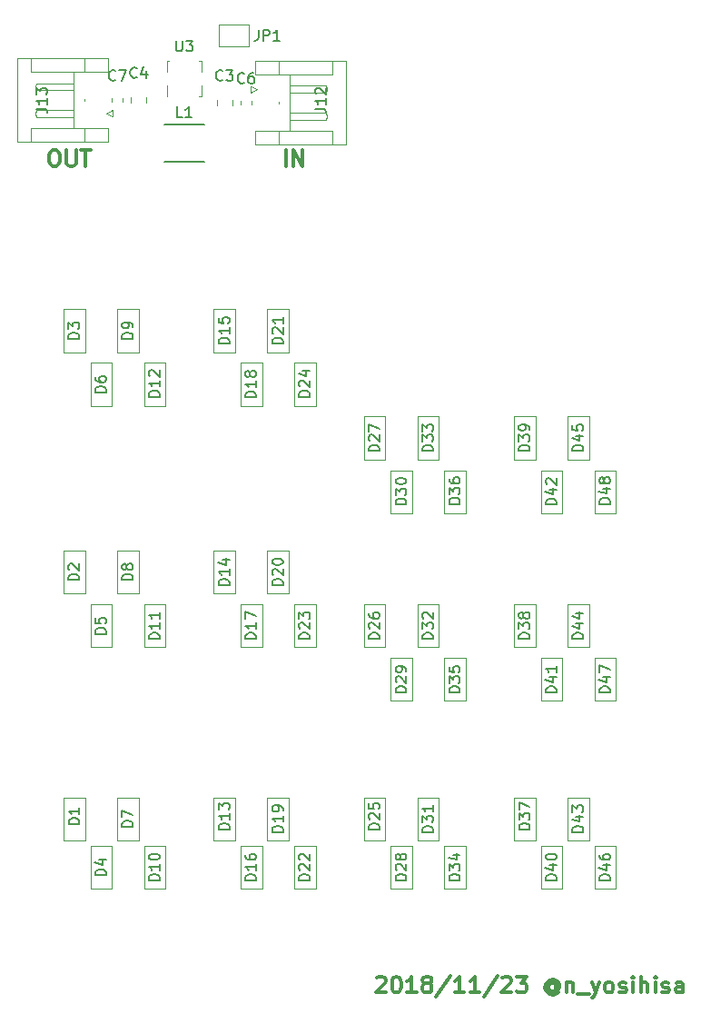
<source format=gto>
G04 #@! TF.GenerationSoftware,KiCad,Pcbnew,(5.0.0)*
G04 #@! TF.CreationDate,2018-11-23T13:39:21+09:00*
G04 #@! TF.ProjectId,LED_hachune_2,4C45445F68616368756E655F322E6B69,rev?*
G04 #@! TF.SameCoordinates,Original*
G04 #@! TF.FileFunction,Legend,Top*
G04 #@! TF.FilePolarity,Positive*
%FSLAX46Y46*%
G04 Gerber Fmt 4.6, Leading zero omitted, Abs format (unit mm)*
G04 Created by KiCad (PCBNEW (5.0.0)) date 11/23/18 13:39:21*
%MOMM*%
%LPD*%
G01*
G04 APERTURE LIST*
%ADD10C,0.300000*%
%ADD11C,0.100000*%
%ADD12C,0.120000*%
%ADD13C,0.150000*%
G04 APERTURE END LIST*
D10*
X87678571Y-140321428D02*
X87750000Y-140250000D01*
X87892857Y-140178571D01*
X88250000Y-140178571D01*
X88392857Y-140250000D01*
X88464285Y-140321428D01*
X88535714Y-140464285D01*
X88535714Y-140607142D01*
X88464285Y-140821428D01*
X87607142Y-141678571D01*
X88535714Y-141678571D01*
X89464285Y-140178571D02*
X89607142Y-140178571D01*
X89750000Y-140250000D01*
X89821428Y-140321428D01*
X89892857Y-140464285D01*
X89964285Y-140750000D01*
X89964285Y-141107142D01*
X89892857Y-141392857D01*
X89821428Y-141535714D01*
X89750000Y-141607142D01*
X89607142Y-141678571D01*
X89464285Y-141678571D01*
X89321428Y-141607142D01*
X89250000Y-141535714D01*
X89178571Y-141392857D01*
X89107142Y-141107142D01*
X89107142Y-140750000D01*
X89178571Y-140464285D01*
X89250000Y-140321428D01*
X89321428Y-140250000D01*
X89464285Y-140178571D01*
X91392857Y-141678571D02*
X90535714Y-141678571D01*
X90964285Y-141678571D02*
X90964285Y-140178571D01*
X90821428Y-140392857D01*
X90678571Y-140535714D01*
X90535714Y-140607142D01*
X92250000Y-140821428D02*
X92107142Y-140750000D01*
X92035714Y-140678571D01*
X91964285Y-140535714D01*
X91964285Y-140464285D01*
X92035714Y-140321428D01*
X92107142Y-140250000D01*
X92250000Y-140178571D01*
X92535714Y-140178571D01*
X92678571Y-140250000D01*
X92750000Y-140321428D01*
X92821428Y-140464285D01*
X92821428Y-140535714D01*
X92750000Y-140678571D01*
X92678571Y-140750000D01*
X92535714Y-140821428D01*
X92250000Y-140821428D01*
X92107142Y-140892857D01*
X92035714Y-140964285D01*
X91964285Y-141107142D01*
X91964285Y-141392857D01*
X92035714Y-141535714D01*
X92107142Y-141607142D01*
X92250000Y-141678571D01*
X92535714Y-141678571D01*
X92678571Y-141607142D01*
X92750000Y-141535714D01*
X92821428Y-141392857D01*
X92821428Y-141107142D01*
X92750000Y-140964285D01*
X92678571Y-140892857D01*
X92535714Y-140821428D01*
X94535714Y-140107142D02*
X93250000Y-142035714D01*
X95821428Y-141678571D02*
X94964285Y-141678571D01*
X95392857Y-141678571D02*
X95392857Y-140178571D01*
X95250000Y-140392857D01*
X95107142Y-140535714D01*
X94964285Y-140607142D01*
X97250000Y-141678571D02*
X96392857Y-141678571D01*
X96821428Y-141678571D02*
X96821428Y-140178571D01*
X96678571Y-140392857D01*
X96535714Y-140535714D01*
X96392857Y-140607142D01*
X98964285Y-140107142D02*
X97678571Y-142035714D01*
X99392857Y-140321428D02*
X99464285Y-140250000D01*
X99607142Y-140178571D01*
X99964285Y-140178571D01*
X100107142Y-140250000D01*
X100178571Y-140321428D01*
X100250000Y-140464285D01*
X100250000Y-140607142D01*
X100178571Y-140821428D01*
X99321428Y-141678571D01*
X100250000Y-141678571D01*
X100750000Y-140178571D02*
X101678571Y-140178571D01*
X101178571Y-140750000D01*
X101392857Y-140750000D01*
X101535714Y-140821428D01*
X101607142Y-140892857D01*
X101678571Y-141035714D01*
X101678571Y-141392857D01*
X101607142Y-141535714D01*
X101535714Y-141607142D01*
X101392857Y-141678571D01*
X100964285Y-141678571D01*
X100821428Y-141607142D01*
X100750000Y-141535714D01*
X104392857Y-140964285D02*
X104321428Y-140892857D01*
X104178571Y-140821428D01*
X104035714Y-140821428D01*
X103892857Y-140892857D01*
X103821428Y-140964285D01*
X103750000Y-141107142D01*
X103750000Y-141250000D01*
X103821428Y-141392857D01*
X103892857Y-141464285D01*
X104035714Y-141535714D01*
X104178571Y-141535714D01*
X104321428Y-141464285D01*
X104392857Y-141392857D01*
X104392857Y-140821428D02*
X104392857Y-141392857D01*
X104464285Y-141464285D01*
X104535714Y-141464285D01*
X104678571Y-141392857D01*
X104750000Y-141250000D01*
X104750000Y-140892857D01*
X104607142Y-140678571D01*
X104392857Y-140535714D01*
X104107142Y-140464285D01*
X103821428Y-140535714D01*
X103607142Y-140678571D01*
X103464285Y-140892857D01*
X103392857Y-141178571D01*
X103464285Y-141464285D01*
X103607142Y-141678571D01*
X103821428Y-141821428D01*
X104107142Y-141892857D01*
X104392857Y-141821428D01*
X104607142Y-141678571D01*
X105392857Y-140678571D02*
X105392857Y-141678571D01*
X105392857Y-140821428D02*
X105464285Y-140750000D01*
X105607142Y-140678571D01*
X105821428Y-140678571D01*
X105964285Y-140750000D01*
X106035714Y-140892857D01*
X106035714Y-141678571D01*
X106392857Y-141821428D02*
X107535714Y-141821428D01*
X107750000Y-140678571D02*
X108107142Y-141678571D01*
X108464285Y-140678571D02*
X108107142Y-141678571D01*
X107964285Y-142035714D01*
X107892857Y-142107142D01*
X107750000Y-142178571D01*
X109250000Y-141678571D02*
X109107142Y-141607142D01*
X109035714Y-141535714D01*
X108964285Y-141392857D01*
X108964285Y-140964285D01*
X109035714Y-140821428D01*
X109107142Y-140750000D01*
X109250000Y-140678571D01*
X109464285Y-140678571D01*
X109607142Y-140750000D01*
X109678571Y-140821428D01*
X109750000Y-140964285D01*
X109750000Y-141392857D01*
X109678571Y-141535714D01*
X109607142Y-141607142D01*
X109464285Y-141678571D01*
X109250000Y-141678571D01*
X110321428Y-141607142D02*
X110464285Y-141678571D01*
X110750000Y-141678571D01*
X110892857Y-141607142D01*
X110964285Y-141464285D01*
X110964285Y-141392857D01*
X110892857Y-141250000D01*
X110750000Y-141178571D01*
X110535714Y-141178571D01*
X110392857Y-141107142D01*
X110321428Y-140964285D01*
X110321428Y-140892857D01*
X110392857Y-140750000D01*
X110535714Y-140678571D01*
X110750000Y-140678571D01*
X110892857Y-140750000D01*
X111607142Y-141678571D02*
X111607142Y-140678571D01*
X111607142Y-140178571D02*
X111535714Y-140250000D01*
X111607142Y-140321428D01*
X111678571Y-140250000D01*
X111607142Y-140178571D01*
X111607142Y-140321428D01*
X112321428Y-141678571D02*
X112321428Y-140178571D01*
X112964285Y-141678571D02*
X112964285Y-140892857D01*
X112892857Y-140750000D01*
X112750000Y-140678571D01*
X112535714Y-140678571D01*
X112392857Y-140750000D01*
X112321428Y-140821428D01*
X113678571Y-141678571D02*
X113678571Y-140678571D01*
X113678571Y-140178571D02*
X113607142Y-140250000D01*
X113678571Y-140321428D01*
X113750000Y-140250000D01*
X113678571Y-140178571D01*
X113678571Y-140321428D01*
X114321428Y-141607142D02*
X114464285Y-141678571D01*
X114750000Y-141678571D01*
X114892857Y-141607142D01*
X114964285Y-141464285D01*
X114964285Y-141392857D01*
X114892857Y-141250000D01*
X114750000Y-141178571D01*
X114535714Y-141178571D01*
X114392857Y-141107142D01*
X114321428Y-140964285D01*
X114321428Y-140892857D01*
X114392857Y-140750000D01*
X114535714Y-140678571D01*
X114750000Y-140678571D01*
X114892857Y-140750000D01*
X116250000Y-141678571D02*
X116250000Y-140892857D01*
X116178571Y-140750000D01*
X116035714Y-140678571D01*
X115750000Y-140678571D01*
X115607142Y-140750000D01*
X116250000Y-141607142D02*
X116107142Y-141678571D01*
X115750000Y-141678571D01*
X115607142Y-141607142D01*
X115535714Y-141464285D01*
X115535714Y-141321428D01*
X115607142Y-141178571D01*
X115750000Y-141107142D01*
X116107142Y-141107142D01*
X116250000Y-141035714D01*
X57500000Y-63178571D02*
X57785714Y-63178571D01*
X57928571Y-63250000D01*
X58071428Y-63392857D01*
X58142857Y-63678571D01*
X58142857Y-64178571D01*
X58071428Y-64464285D01*
X57928571Y-64607142D01*
X57785714Y-64678571D01*
X57500000Y-64678571D01*
X57357142Y-64607142D01*
X57214285Y-64464285D01*
X57142857Y-64178571D01*
X57142857Y-63678571D01*
X57214285Y-63392857D01*
X57357142Y-63250000D01*
X57500000Y-63178571D01*
X58785714Y-63178571D02*
X58785714Y-64392857D01*
X58857142Y-64535714D01*
X58928571Y-64607142D01*
X59071428Y-64678571D01*
X59357142Y-64678571D01*
X59500000Y-64607142D01*
X59571428Y-64535714D01*
X59642857Y-64392857D01*
X59642857Y-63178571D01*
X60142857Y-63178571D02*
X61000000Y-63178571D01*
X60571428Y-64678571D02*
X60571428Y-63178571D01*
X79214285Y-64678571D02*
X79214285Y-63178571D01*
X79928571Y-64678571D02*
X79928571Y-63178571D01*
X80785714Y-64678571D01*
X80785714Y-63178571D01*
D11*
G04 #@! TO.C,D37*
X102500000Y-123500000D02*
X102500000Y-127500000D01*
X100500000Y-123500000D02*
X102500000Y-123500000D01*
X100500000Y-127500000D02*
X100500000Y-123500000D01*
X102500000Y-127500000D02*
X100500000Y-127500000D01*
G04 #@! TO.C,D38*
X102500000Y-109500000D02*
X100500000Y-109500000D01*
X100500000Y-109500000D02*
X100500000Y-105500000D01*
X100500000Y-105500000D02*
X102500000Y-105500000D01*
X102500000Y-105500000D02*
X102500000Y-109500000D01*
G04 #@! TO.C,D39*
X102500000Y-88000000D02*
X102500000Y-92000000D01*
X100500000Y-88000000D02*
X102500000Y-88000000D01*
X100500000Y-92000000D02*
X100500000Y-88000000D01*
X102500000Y-92000000D02*
X100500000Y-92000000D01*
G04 #@! TO.C,D40*
X105000000Y-132000000D02*
X103000000Y-132000000D01*
X103000000Y-132000000D02*
X103000000Y-128000000D01*
X103000000Y-128000000D02*
X105000000Y-128000000D01*
X105000000Y-128000000D02*
X105000000Y-132000000D01*
G04 #@! TO.C,D41*
X105000000Y-110500000D02*
X105000000Y-114500000D01*
X103000000Y-110500000D02*
X105000000Y-110500000D01*
X103000000Y-114500000D02*
X103000000Y-110500000D01*
X105000000Y-114500000D02*
X103000000Y-114500000D01*
G04 #@! TO.C,D42*
X105000000Y-97000000D02*
X103000000Y-97000000D01*
X103000000Y-97000000D02*
X103000000Y-93000000D01*
X103000000Y-93000000D02*
X105000000Y-93000000D01*
X105000000Y-93000000D02*
X105000000Y-97000000D01*
G04 #@! TO.C,D43*
X107500000Y-127500000D02*
X105500000Y-127500000D01*
X105500000Y-127500000D02*
X105500000Y-123500000D01*
X105500000Y-123500000D02*
X107500000Y-123500000D01*
X107500000Y-123500000D02*
X107500000Y-127500000D01*
G04 #@! TO.C,D44*
X107500000Y-105500000D02*
X107500000Y-109500000D01*
X105500000Y-105500000D02*
X107500000Y-105500000D01*
X105500000Y-109500000D02*
X105500000Y-105500000D01*
X107500000Y-109500000D02*
X105500000Y-109500000D01*
G04 #@! TO.C,D45*
X107500000Y-92000000D02*
X105500000Y-92000000D01*
X105500000Y-92000000D02*
X105500000Y-88000000D01*
X105500000Y-88000000D02*
X107500000Y-88000000D01*
X107500000Y-88000000D02*
X107500000Y-92000000D01*
G04 #@! TO.C,D46*
X110000000Y-128000000D02*
X110000000Y-132000000D01*
X108000000Y-128000000D02*
X110000000Y-128000000D01*
X108000000Y-132000000D02*
X108000000Y-128000000D01*
X110000000Y-132000000D02*
X108000000Y-132000000D01*
G04 #@! TO.C,D47*
X110000000Y-114500000D02*
X108000000Y-114500000D01*
X108000000Y-114500000D02*
X108000000Y-110500000D01*
X108000000Y-110500000D02*
X110000000Y-110500000D01*
X110000000Y-110500000D02*
X110000000Y-114500000D01*
G04 #@! TO.C,D48*
X110000000Y-93000000D02*
X110000000Y-97000000D01*
X108000000Y-93000000D02*
X110000000Y-93000000D01*
X108000000Y-97000000D02*
X108000000Y-93000000D01*
X110000000Y-97000000D02*
X108000000Y-97000000D01*
G04 #@! TO.C,D36*
X96000000Y-97000000D02*
X94000000Y-97000000D01*
X94000000Y-97000000D02*
X94000000Y-93000000D01*
X94000000Y-93000000D02*
X96000000Y-93000000D01*
X96000000Y-93000000D02*
X96000000Y-97000000D01*
G04 #@! TO.C,D35*
X96000000Y-110500000D02*
X96000000Y-114500000D01*
X94000000Y-110500000D02*
X96000000Y-110500000D01*
X94000000Y-114500000D02*
X94000000Y-110500000D01*
X96000000Y-114500000D02*
X94000000Y-114500000D01*
G04 #@! TO.C,D34*
X96000000Y-132000000D02*
X94000000Y-132000000D01*
X94000000Y-132000000D02*
X94000000Y-128000000D01*
X94000000Y-128000000D02*
X96000000Y-128000000D01*
X96000000Y-128000000D02*
X96000000Y-132000000D01*
G04 #@! TO.C,D33*
X93500000Y-88000000D02*
X93500000Y-92000000D01*
X91500000Y-88000000D02*
X93500000Y-88000000D01*
X91500000Y-92000000D02*
X91500000Y-88000000D01*
X93500000Y-92000000D02*
X91500000Y-92000000D01*
G04 #@! TO.C,D32*
X93500000Y-109500000D02*
X91500000Y-109500000D01*
X91500000Y-109500000D02*
X91500000Y-105500000D01*
X91500000Y-105500000D02*
X93500000Y-105500000D01*
X93500000Y-105500000D02*
X93500000Y-109500000D01*
G04 #@! TO.C,D31*
X93500000Y-123500000D02*
X93500000Y-127500000D01*
X91500000Y-123500000D02*
X93500000Y-123500000D01*
X91500000Y-127500000D02*
X91500000Y-123500000D01*
X93500000Y-127500000D02*
X91500000Y-127500000D01*
G04 #@! TO.C,D30*
X91000000Y-93000000D02*
X91000000Y-97000000D01*
X89000000Y-93000000D02*
X91000000Y-93000000D01*
X89000000Y-97000000D02*
X89000000Y-93000000D01*
X91000000Y-97000000D02*
X89000000Y-97000000D01*
G04 #@! TO.C,D29*
X91000000Y-114500000D02*
X89000000Y-114500000D01*
X89000000Y-114500000D02*
X89000000Y-110500000D01*
X89000000Y-110500000D02*
X91000000Y-110500000D01*
X91000000Y-110500000D02*
X91000000Y-114500000D01*
G04 #@! TO.C,D28*
X91000000Y-128000000D02*
X91000000Y-132000000D01*
X89000000Y-128000000D02*
X91000000Y-128000000D01*
X89000000Y-132000000D02*
X89000000Y-128000000D01*
X91000000Y-132000000D02*
X89000000Y-132000000D01*
G04 #@! TO.C,D27*
X88500000Y-92000000D02*
X86500000Y-92000000D01*
X86500000Y-92000000D02*
X86500000Y-88000000D01*
X86500000Y-88000000D02*
X88500000Y-88000000D01*
X88500000Y-88000000D02*
X88500000Y-92000000D01*
G04 #@! TO.C,D26*
X88500000Y-105500000D02*
X88500000Y-109500000D01*
X86500000Y-105500000D02*
X88500000Y-105500000D01*
X86500000Y-109500000D02*
X86500000Y-105500000D01*
X88500000Y-109500000D02*
X86500000Y-109500000D01*
G04 #@! TO.C,D25*
X88500000Y-127500000D02*
X86500000Y-127500000D01*
X86500000Y-127500000D02*
X86500000Y-123500000D01*
X86500000Y-123500000D02*
X88500000Y-123500000D01*
X88500000Y-123500000D02*
X88500000Y-127500000D01*
G04 #@! TO.C,D24*
X82000000Y-87000000D02*
X80000000Y-87000000D01*
X80000000Y-87000000D02*
X80000000Y-83000000D01*
X80000000Y-83000000D02*
X82000000Y-83000000D01*
X82000000Y-83000000D02*
X82000000Y-87000000D01*
G04 #@! TO.C,D23*
X82000000Y-105500000D02*
X82000000Y-109500000D01*
X80000000Y-105500000D02*
X82000000Y-105500000D01*
X80000000Y-109500000D02*
X80000000Y-105500000D01*
X82000000Y-109500000D02*
X80000000Y-109500000D01*
G04 #@! TO.C,D22*
X82000000Y-132000000D02*
X80000000Y-132000000D01*
X80000000Y-132000000D02*
X80000000Y-128000000D01*
X80000000Y-128000000D02*
X82000000Y-128000000D01*
X82000000Y-128000000D02*
X82000000Y-132000000D01*
G04 #@! TO.C,D21*
X79500000Y-78000000D02*
X79500000Y-82000000D01*
X77500000Y-78000000D02*
X79500000Y-78000000D01*
X77500000Y-82000000D02*
X77500000Y-78000000D01*
X79500000Y-82000000D02*
X77500000Y-82000000D01*
G04 #@! TO.C,D20*
X79500000Y-104500000D02*
X77500000Y-104500000D01*
X77500000Y-104500000D02*
X77500000Y-100500000D01*
X77500000Y-100500000D02*
X79500000Y-100500000D01*
X79500000Y-100500000D02*
X79500000Y-104500000D01*
G04 #@! TO.C,D19*
X79500000Y-123500000D02*
X79500000Y-127500000D01*
X77500000Y-123500000D02*
X79500000Y-123500000D01*
X77500000Y-127500000D02*
X77500000Y-123500000D01*
X79500000Y-127500000D02*
X77500000Y-127500000D01*
G04 #@! TO.C,D18*
X77000000Y-83000000D02*
X77000000Y-87000000D01*
X75000000Y-83000000D02*
X77000000Y-83000000D01*
X75000000Y-87000000D02*
X75000000Y-83000000D01*
X77000000Y-87000000D02*
X75000000Y-87000000D01*
G04 #@! TO.C,D17*
X77000000Y-109500000D02*
X75000000Y-109500000D01*
X75000000Y-109500000D02*
X75000000Y-105500000D01*
X75000000Y-105500000D02*
X77000000Y-105500000D01*
X77000000Y-105500000D02*
X77000000Y-109500000D01*
G04 #@! TO.C,D16*
X77000000Y-128000000D02*
X77000000Y-132000000D01*
X75000000Y-128000000D02*
X77000000Y-128000000D01*
X75000000Y-132000000D02*
X75000000Y-128000000D01*
X77000000Y-132000000D02*
X75000000Y-132000000D01*
G04 #@! TO.C,D15*
X74500000Y-82000000D02*
X72500000Y-82000000D01*
X72500000Y-82000000D02*
X72500000Y-78000000D01*
X72500000Y-78000000D02*
X74500000Y-78000000D01*
X74500000Y-78000000D02*
X74500000Y-82000000D01*
G04 #@! TO.C,D14*
X74500000Y-100500000D02*
X74500000Y-104500000D01*
X72500000Y-100500000D02*
X74500000Y-100500000D01*
X72500000Y-104500000D02*
X72500000Y-100500000D01*
X74500000Y-104500000D02*
X72500000Y-104500000D01*
G04 #@! TO.C,D13*
X74500000Y-127500000D02*
X72500000Y-127500000D01*
X72500000Y-127500000D02*
X72500000Y-123500000D01*
X72500000Y-123500000D02*
X74500000Y-123500000D01*
X74500000Y-123500000D02*
X74500000Y-127500000D01*
D12*
G04 #@! TO.C,C7*
X62990000Y-58671267D02*
X62990000Y-58328733D01*
X64010000Y-58671267D02*
X64010000Y-58328733D01*
G04 #@! TO.C,C6*
X74990000Y-58578733D02*
X74990000Y-58921267D01*
X76010000Y-58578733D02*
X76010000Y-58921267D01*
G04 #@! TO.C,J12*
X78590000Y-56110000D02*
X76390000Y-56110000D01*
X76390000Y-56110000D02*
X76390000Y-54890000D01*
X76390000Y-54890000D02*
X84810000Y-54890000D01*
X84810000Y-54890000D02*
X84810000Y-62610000D01*
X84810000Y-62610000D02*
X76390000Y-62610000D01*
X76390000Y-62610000D02*
X76390000Y-61390000D01*
X76390000Y-61390000D02*
X78590000Y-61390000D01*
X83590000Y-54890000D02*
X83590000Y-56110000D01*
X83590000Y-56110000D02*
X78590000Y-56110000D01*
X78590000Y-56110000D02*
X78590000Y-54890000D01*
X83590000Y-62610000D02*
X83590000Y-61390000D01*
X83590000Y-61390000D02*
X78590000Y-61390000D01*
X78590000Y-61390000D02*
X78590000Y-62610000D01*
X79590000Y-56110000D02*
X79590000Y-61390000D01*
X79590000Y-57500000D02*
X79590000Y-57180000D01*
X79590000Y-57180000D02*
X83010000Y-57180000D01*
X83010000Y-57180000D02*
X83090000Y-57500000D01*
X83090000Y-57500000D02*
X83010000Y-57820000D01*
X83010000Y-57820000D02*
X79590000Y-57820000D01*
X79590000Y-57820000D02*
X79590000Y-57500000D01*
X78590000Y-58670000D02*
X78590000Y-58830000D01*
X79590000Y-60000000D02*
X79590000Y-59680000D01*
X79590000Y-59680000D02*
X83010000Y-59680000D01*
X83010000Y-59680000D02*
X83090000Y-60000000D01*
X83090000Y-60000000D02*
X83010000Y-60320000D01*
X83010000Y-60320000D02*
X79590000Y-60320000D01*
X79590000Y-60320000D02*
X79590000Y-60000000D01*
X76500000Y-57500000D02*
X75900000Y-57200000D01*
X75900000Y-57200000D02*
X75900000Y-57800000D01*
X75900000Y-57800000D02*
X76500000Y-57500000D01*
G04 #@! TO.C,J13*
X63100000Y-59450000D02*
X62500000Y-59750000D01*
X63100000Y-60050000D02*
X63100000Y-59450000D01*
X62500000Y-59750000D02*
X63100000Y-60050000D01*
X59410000Y-56930000D02*
X59410000Y-57250000D01*
X55990000Y-56930000D02*
X59410000Y-56930000D01*
X55910000Y-57250000D02*
X55990000Y-56930000D01*
X55990000Y-57570000D02*
X55910000Y-57250000D01*
X59410000Y-57570000D02*
X55990000Y-57570000D01*
X59410000Y-57250000D02*
X59410000Y-57570000D01*
X60410000Y-58580000D02*
X60410000Y-58420000D01*
X59410000Y-59430000D02*
X59410000Y-59750000D01*
X55990000Y-59430000D02*
X59410000Y-59430000D01*
X55910000Y-59750000D02*
X55990000Y-59430000D01*
X55990000Y-60070000D02*
X55910000Y-59750000D01*
X59410000Y-60070000D02*
X55990000Y-60070000D01*
X59410000Y-59750000D02*
X59410000Y-60070000D01*
X59410000Y-61140000D02*
X59410000Y-55860000D01*
X60410000Y-55860000D02*
X60410000Y-54640000D01*
X55410000Y-55860000D02*
X60410000Y-55860000D01*
X55410000Y-54640000D02*
X55410000Y-55860000D01*
X60410000Y-61140000D02*
X60410000Y-62360000D01*
X55410000Y-61140000D02*
X60410000Y-61140000D01*
X55410000Y-62360000D02*
X55410000Y-61140000D01*
X62610000Y-55860000D02*
X60410000Y-55860000D01*
X62610000Y-54640000D02*
X62610000Y-55860000D01*
X54190000Y-54640000D02*
X62610000Y-54640000D01*
X54190000Y-62360000D02*
X54190000Y-54640000D01*
X62610000Y-62360000D02*
X54190000Y-62360000D01*
X62610000Y-61140000D02*
X62610000Y-62360000D01*
X60410000Y-61140000D02*
X62610000Y-61140000D01*
G04 #@! TO.C,U3*
X71375000Y-58125000D02*
X71150000Y-58125000D01*
X71150000Y-54875000D02*
X71375000Y-54875000D01*
X68350000Y-54875000D02*
X68125000Y-54875000D01*
X71375000Y-58125000D02*
X71375000Y-57150000D01*
X68125000Y-55850000D02*
X68125000Y-54875000D01*
X68125000Y-58125000D02*
X68125000Y-57150000D01*
X71375000Y-55850000D02*
X71375000Y-54875000D01*
G04 #@! TO.C,C3*
X74210000Y-58488748D02*
X74210000Y-59011252D01*
X72790000Y-58488748D02*
X72790000Y-59011252D01*
G04 #@! TO.C,C4*
X66210000Y-58761252D02*
X66210000Y-58238748D01*
X64790000Y-58761252D02*
X64790000Y-58238748D01*
G04 #@! TO.C,JP1*
X73000000Y-51500000D02*
X75800000Y-51500000D01*
X75800000Y-51500000D02*
X75800000Y-53500000D01*
X75800000Y-53500000D02*
X73000000Y-53500000D01*
X73000000Y-53500000D02*
X73000000Y-51500000D01*
D13*
G04 #@! TO.C,L1*
X67900000Y-60750000D02*
X71600000Y-60750000D01*
X71600000Y-64250000D02*
X67900000Y-64250000D01*
D11*
G04 #@! TO.C,D1*
X60500000Y-123500000D02*
X60500000Y-127500000D01*
X58500000Y-123500000D02*
X60500000Y-123500000D01*
X58500000Y-127500000D02*
X58500000Y-123500000D01*
X60500000Y-127500000D02*
X58500000Y-127500000D01*
G04 #@! TO.C,D2*
X60500000Y-104500000D02*
X58500000Y-104500000D01*
X58500000Y-104500000D02*
X58500000Y-100500000D01*
X58500000Y-100500000D02*
X60500000Y-100500000D01*
X60500000Y-100500000D02*
X60500000Y-104500000D01*
G04 #@! TO.C,D3*
X60500000Y-78000000D02*
X60500000Y-82000000D01*
X58500000Y-78000000D02*
X60500000Y-78000000D01*
X58500000Y-82000000D02*
X58500000Y-78000000D01*
X60500000Y-82000000D02*
X58500000Y-82000000D01*
G04 #@! TO.C,D4*
X63000000Y-132000000D02*
X61000000Y-132000000D01*
X61000000Y-132000000D02*
X61000000Y-128000000D01*
X61000000Y-128000000D02*
X63000000Y-128000000D01*
X63000000Y-128000000D02*
X63000000Y-132000000D01*
G04 #@! TO.C,D5*
X63000000Y-105500000D02*
X63000000Y-109500000D01*
X61000000Y-105500000D02*
X63000000Y-105500000D01*
X61000000Y-109500000D02*
X61000000Y-105500000D01*
X63000000Y-109500000D02*
X61000000Y-109500000D01*
G04 #@! TO.C,D6*
X63000000Y-87000000D02*
X61000000Y-87000000D01*
X61000000Y-87000000D02*
X61000000Y-83000000D01*
X61000000Y-83000000D02*
X63000000Y-83000000D01*
X63000000Y-83000000D02*
X63000000Y-87000000D01*
G04 #@! TO.C,D7*
X65500000Y-127500000D02*
X63500000Y-127500000D01*
X63500000Y-127500000D02*
X63500000Y-123500000D01*
X63500000Y-123500000D02*
X65500000Y-123500000D01*
X65500000Y-123500000D02*
X65500000Y-127500000D01*
G04 #@! TO.C,D8*
X65500000Y-100500000D02*
X65500000Y-104500000D01*
X63500000Y-100500000D02*
X65500000Y-100500000D01*
X63500000Y-104500000D02*
X63500000Y-100500000D01*
X65500000Y-104500000D02*
X63500000Y-104500000D01*
G04 #@! TO.C,D9*
X65500000Y-82000000D02*
X63500000Y-82000000D01*
X63500000Y-82000000D02*
X63500000Y-78000000D01*
X63500000Y-78000000D02*
X65500000Y-78000000D01*
X65500000Y-78000000D02*
X65500000Y-82000000D01*
G04 #@! TO.C,D10*
X68000000Y-128000000D02*
X68000000Y-132000000D01*
X66000000Y-128000000D02*
X68000000Y-128000000D01*
X66000000Y-132000000D02*
X66000000Y-128000000D01*
X68000000Y-132000000D02*
X66000000Y-132000000D01*
G04 #@! TO.C,D11*
X68000000Y-109500000D02*
X66000000Y-109500000D01*
X66000000Y-109500000D02*
X66000000Y-105500000D01*
X66000000Y-105500000D02*
X68000000Y-105500000D01*
X68000000Y-105500000D02*
X68000000Y-109500000D01*
G04 #@! TO.C,D12*
X68000000Y-83000000D02*
X68000000Y-87000000D01*
X66000000Y-83000000D02*
X68000000Y-83000000D01*
X66000000Y-87000000D02*
X66000000Y-83000000D01*
X68000000Y-87000000D02*
X66000000Y-87000000D01*
G04 #@! TO.C,D37*
D13*
X101966326Y-126463740D02*
X100966326Y-126463740D01*
X100966326Y-126225645D01*
X101013946Y-126082788D01*
X101109184Y-125987550D01*
X101204422Y-125939931D01*
X101394898Y-125892312D01*
X101537755Y-125892312D01*
X101728231Y-125939931D01*
X101823469Y-125987550D01*
X101918707Y-126082788D01*
X101966326Y-126225645D01*
X101966326Y-126463740D01*
X100966326Y-125558978D02*
X100966326Y-124939931D01*
X101347279Y-125273264D01*
X101347279Y-125130407D01*
X101394898Y-125035169D01*
X101442517Y-124987550D01*
X101537755Y-124939931D01*
X101775850Y-124939931D01*
X101871088Y-124987550D01*
X101918707Y-125035169D01*
X101966326Y-125130407D01*
X101966326Y-125416121D01*
X101918707Y-125511359D01*
X101871088Y-125558978D01*
X100966326Y-124606597D02*
X100966326Y-123939931D01*
X101966326Y-124368502D01*
G04 #@! TO.C,D38*
X101952380Y-108714285D02*
X100952380Y-108714285D01*
X100952380Y-108476190D01*
X101000000Y-108333333D01*
X101095238Y-108238095D01*
X101190476Y-108190476D01*
X101380952Y-108142857D01*
X101523809Y-108142857D01*
X101714285Y-108190476D01*
X101809523Y-108238095D01*
X101904761Y-108333333D01*
X101952380Y-108476190D01*
X101952380Y-108714285D01*
X100952380Y-107809523D02*
X100952380Y-107190476D01*
X101333333Y-107523809D01*
X101333333Y-107380952D01*
X101380952Y-107285714D01*
X101428571Y-107238095D01*
X101523809Y-107190476D01*
X101761904Y-107190476D01*
X101857142Y-107238095D01*
X101904761Y-107285714D01*
X101952380Y-107380952D01*
X101952380Y-107666666D01*
X101904761Y-107761904D01*
X101857142Y-107809523D01*
X101380952Y-106619047D02*
X101333333Y-106714285D01*
X101285714Y-106761904D01*
X101190476Y-106809523D01*
X101142857Y-106809523D01*
X101047619Y-106761904D01*
X101000000Y-106714285D01*
X100952380Y-106619047D01*
X100952380Y-106428571D01*
X101000000Y-106333333D01*
X101047619Y-106285714D01*
X101142857Y-106238095D01*
X101190476Y-106238095D01*
X101285714Y-106285714D01*
X101333333Y-106333333D01*
X101380952Y-106428571D01*
X101380952Y-106619047D01*
X101428571Y-106714285D01*
X101476190Y-106761904D01*
X101571428Y-106809523D01*
X101761904Y-106809523D01*
X101857142Y-106761904D01*
X101904761Y-106714285D01*
X101952380Y-106619047D01*
X101952380Y-106428571D01*
X101904761Y-106333333D01*
X101857142Y-106285714D01*
X101761904Y-106238095D01*
X101571428Y-106238095D01*
X101476190Y-106285714D01*
X101428571Y-106333333D01*
X101380952Y-106428571D01*
G04 #@! TO.C,D39*
X101952380Y-91214285D02*
X100952380Y-91214285D01*
X100952380Y-90976190D01*
X101000000Y-90833333D01*
X101095238Y-90738095D01*
X101190476Y-90690476D01*
X101380952Y-90642857D01*
X101523809Y-90642857D01*
X101714285Y-90690476D01*
X101809523Y-90738095D01*
X101904761Y-90833333D01*
X101952380Y-90976190D01*
X101952380Y-91214285D01*
X100952380Y-90309523D02*
X100952380Y-89690476D01*
X101333333Y-90023809D01*
X101333333Y-89880952D01*
X101380952Y-89785714D01*
X101428571Y-89738095D01*
X101523809Y-89690476D01*
X101761904Y-89690476D01*
X101857142Y-89738095D01*
X101904761Y-89785714D01*
X101952380Y-89880952D01*
X101952380Y-90166666D01*
X101904761Y-90261904D01*
X101857142Y-90309523D01*
X101952380Y-89214285D02*
X101952380Y-89023809D01*
X101904761Y-88928571D01*
X101857142Y-88880952D01*
X101714285Y-88785714D01*
X101523809Y-88738095D01*
X101142857Y-88738095D01*
X101047619Y-88785714D01*
X101000000Y-88833333D01*
X100952380Y-88928571D01*
X100952380Y-89119047D01*
X101000000Y-89214285D01*
X101047619Y-89261904D01*
X101142857Y-89309523D01*
X101380952Y-89309523D01*
X101476190Y-89261904D01*
X101523809Y-89214285D01*
X101571428Y-89119047D01*
X101571428Y-88928571D01*
X101523809Y-88833333D01*
X101476190Y-88785714D01*
X101380952Y-88738095D01*
G04 #@! TO.C,D40*
X104452380Y-131214285D02*
X103452380Y-131214285D01*
X103452380Y-130976190D01*
X103500000Y-130833333D01*
X103595238Y-130738095D01*
X103690476Y-130690476D01*
X103880952Y-130642857D01*
X104023809Y-130642857D01*
X104214285Y-130690476D01*
X104309523Y-130738095D01*
X104404761Y-130833333D01*
X104452380Y-130976190D01*
X104452380Y-131214285D01*
X103785714Y-129785714D02*
X104452380Y-129785714D01*
X103404761Y-130023809D02*
X104119047Y-130261904D01*
X104119047Y-129642857D01*
X103452380Y-129071428D02*
X103452380Y-128976190D01*
X103500000Y-128880952D01*
X103547619Y-128833333D01*
X103642857Y-128785714D01*
X103833333Y-128738095D01*
X104071428Y-128738095D01*
X104261904Y-128785714D01*
X104357142Y-128833333D01*
X104404761Y-128880952D01*
X104452380Y-128976190D01*
X104452380Y-129071428D01*
X104404761Y-129166666D01*
X104357142Y-129214285D01*
X104261904Y-129261904D01*
X104071428Y-129309523D01*
X103833333Y-129309523D01*
X103642857Y-129261904D01*
X103547619Y-129214285D01*
X103500000Y-129166666D01*
X103452380Y-129071428D01*
G04 #@! TO.C,D41*
X104452380Y-113714285D02*
X103452380Y-113714285D01*
X103452380Y-113476190D01*
X103500000Y-113333333D01*
X103595238Y-113238095D01*
X103690476Y-113190476D01*
X103880952Y-113142857D01*
X104023809Y-113142857D01*
X104214285Y-113190476D01*
X104309523Y-113238095D01*
X104404761Y-113333333D01*
X104452380Y-113476190D01*
X104452380Y-113714285D01*
X103785714Y-112285714D02*
X104452380Y-112285714D01*
X103404761Y-112523809D02*
X104119047Y-112761904D01*
X104119047Y-112142857D01*
X104452380Y-111238095D02*
X104452380Y-111809523D01*
X104452380Y-111523809D02*
X103452380Y-111523809D01*
X103595238Y-111619047D01*
X103690476Y-111714285D01*
X103738095Y-111809523D01*
G04 #@! TO.C,D42*
X104452380Y-96214285D02*
X103452380Y-96214285D01*
X103452380Y-95976190D01*
X103500000Y-95833333D01*
X103595238Y-95738095D01*
X103690476Y-95690476D01*
X103880952Y-95642857D01*
X104023809Y-95642857D01*
X104214285Y-95690476D01*
X104309523Y-95738095D01*
X104404761Y-95833333D01*
X104452380Y-95976190D01*
X104452380Y-96214285D01*
X103785714Y-94785714D02*
X104452380Y-94785714D01*
X103404761Y-95023809D02*
X104119047Y-95261904D01*
X104119047Y-94642857D01*
X103547619Y-94309523D02*
X103500000Y-94261904D01*
X103452380Y-94166666D01*
X103452380Y-93928571D01*
X103500000Y-93833333D01*
X103547619Y-93785714D01*
X103642857Y-93738095D01*
X103738095Y-93738095D01*
X103880952Y-93785714D01*
X104452380Y-94357142D01*
X104452380Y-93738095D01*
G04 #@! TO.C,D43*
X106952380Y-126714285D02*
X105952380Y-126714285D01*
X105952380Y-126476190D01*
X106000000Y-126333333D01*
X106095238Y-126238095D01*
X106190476Y-126190476D01*
X106380952Y-126142857D01*
X106523809Y-126142857D01*
X106714285Y-126190476D01*
X106809523Y-126238095D01*
X106904761Y-126333333D01*
X106952380Y-126476190D01*
X106952380Y-126714285D01*
X106285714Y-125285714D02*
X106952380Y-125285714D01*
X105904761Y-125523809D02*
X106619047Y-125761904D01*
X106619047Y-125142857D01*
X105952380Y-124857142D02*
X105952380Y-124238095D01*
X106333333Y-124571428D01*
X106333333Y-124428571D01*
X106380952Y-124333333D01*
X106428571Y-124285714D01*
X106523809Y-124238095D01*
X106761904Y-124238095D01*
X106857142Y-124285714D01*
X106904761Y-124333333D01*
X106952380Y-124428571D01*
X106952380Y-124714285D01*
X106904761Y-124809523D01*
X106857142Y-124857142D01*
G04 #@! TO.C,D44*
X106952380Y-108714285D02*
X105952380Y-108714285D01*
X105952380Y-108476190D01*
X106000000Y-108333333D01*
X106095238Y-108238095D01*
X106190476Y-108190476D01*
X106380952Y-108142857D01*
X106523809Y-108142857D01*
X106714285Y-108190476D01*
X106809523Y-108238095D01*
X106904761Y-108333333D01*
X106952380Y-108476190D01*
X106952380Y-108714285D01*
X106285714Y-107285714D02*
X106952380Y-107285714D01*
X105904761Y-107523809D02*
X106619047Y-107761904D01*
X106619047Y-107142857D01*
X106285714Y-106333333D02*
X106952380Y-106333333D01*
X105904761Y-106571428D02*
X106619047Y-106809523D01*
X106619047Y-106190476D01*
G04 #@! TO.C,D45*
X106952380Y-91214285D02*
X105952380Y-91214285D01*
X105952380Y-90976190D01*
X106000000Y-90833333D01*
X106095238Y-90738095D01*
X106190476Y-90690476D01*
X106380952Y-90642857D01*
X106523809Y-90642857D01*
X106714285Y-90690476D01*
X106809523Y-90738095D01*
X106904761Y-90833333D01*
X106952380Y-90976190D01*
X106952380Y-91214285D01*
X106285714Y-89785714D02*
X106952380Y-89785714D01*
X105904761Y-90023809D02*
X106619047Y-90261904D01*
X106619047Y-89642857D01*
X105952380Y-88785714D02*
X105952380Y-89261904D01*
X106428571Y-89309523D01*
X106380952Y-89261904D01*
X106333333Y-89166666D01*
X106333333Y-88928571D01*
X106380952Y-88833333D01*
X106428571Y-88785714D01*
X106523809Y-88738095D01*
X106761904Y-88738095D01*
X106857142Y-88785714D01*
X106904761Y-88833333D01*
X106952380Y-88928571D01*
X106952380Y-89166666D01*
X106904761Y-89261904D01*
X106857142Y-89309523D01*
G04 #@! TO.C,D46*
X109452380Y-131214285D02*
X108452380Y-131214285D01*
X108452380Y-130976190D01*
X108500000Y-130833333D01*
X108595238Y-130738095D01*
X108690476Y-130690476D01*
X108880952Y-130642857D01*
X109023809Y-130642857D01*
X109214285Y-130690476D01*
X109309523Y-130738095D01*
X109404761Y-130833333D01*
X109452380Y-130976190D01*
X109452380Y-131214285D01*
X108785714Y-129785714D02*
X109452380Y-129785714D01*
X108404761Y-130023809D02*
X109119047Y-130261904D01*
X109119047Y-129642857D01*
X108452380Y-128833333D02*
X108452380Y-129023809D01*
X108500000Y-129119047D01*
X108547619Y-129166666D01*
X108690476Y-129261904D01*
X108880952Y-129309523D01*
X109261904Y-129309523D01*
X109357142Y-129261904D01*
X109404761Y-129214285D01*
X109452380Y-129119047D01*
X109452380Y-128928571D01*
X109404761Y-128833333D01*
X109357142Y-128785714D01*
X109261904Y-128738095D01*
X109023809Y-128738095D01*
X108928571Y-128785714D01*
X108880952Y-128833333D01*
X108833333Y-128928571D01*
X108833333Y-129119047D01*
X108880952Y-129214285D01*
X108928571Y-129261904D01*
X109023809Y-129309523D01*
G04 #@! TO.C,D47*
X109452380Y-113714285D02*
X108452380Y-113714285D01*
X108452380Y-113476190D01*
X108500000Y-113333333D01*
X108595238Y-113238095D01*
X108690476Y-113190476D01*
X108880952Y-113142857D01*
X109023809Y-113142857D01*
X109214285Y-113190476D01*
X109309523Y-113238095D01*
X109404761Y-113333333D01*
X109452380Y-113476190D01*
X109452380Y-113714285D01*
X108785714Y-112285714D02*
X109452380Y-112285714D01*
X108404761Y-112523809D02*
X109119047Y-112761904D01*
X109119047Y-112142857D01*
X108452380Y-111857142D02*
X108452380Y-111190476D01*
X109452380Y-111619047D01*
G04 #@! TO.C,D48*
X109452380Y-96142710D02*
X108452380Y-96142710D01*
X108452380Y-95904615D01*
X108500000Y-95761758D01*
X108595238Y-95666520D01*
X108690476Y-95618901D01*
X108880952Y-95571282D01*
X109023809Y-95571282D01*
X109214285Y-95618901D01*
X109309523Y-95666520D01*
X109404761Y-95761758D01*
X109452380Y-95904615D01*
X109452380Y-96142710D01*
X108785714Y-94714139D02*
X109452380Y-94714139D01*
X108404761Y-94952234D02*
X109119047Y-95190329D01*
X109119047Y-94571282D01*
X108880952Y-94047472D02*
X108833333Y-94142710D01*
X108785714Y-94190329D01*
X108690476Y-94237948D01*
X108642857Y-94237948D01*
X108547619Y-94190329D01*
X108500000Y-94142710D01*
X108452380Y-94047472D01*
X108452380Y-93856996D01*
X108500000Y-93761758D01*
X108547619Y-93714139D01*
X108642857Y-93666520D01*
X108690476Y-93666520D01*
X108785714Y-93714139D01*
X108833333Y-93761758D01*
X108880952Y-93856996D01*
X108880952Y-94047472D01*
X108928571Y-94142710D01*
X108976190Y-94190329D01*
X109071428Y-94237948D01*
X109261904Y-94237948D01*
X109357142Y-94190329D01*
X109404761Y-94142710D01*
X109452380Y-94047472D01*
X109452380Y-93856996D01*
X109404761Y-93761758D01*
X109357142Y-93714139D01*
X109261904Y-93666520D01*
X109071428Y-93666520D01*
X108976190Y-93714139D01*
X108928571Y-93761758D01*
X108880952Y-93856996D01*
G04 #@! TO.C,D36*
X95452380Y-96142710D02*
X94452380Y-96142710D01*
X94452380Y-95904615D01*
X94500000Y-95761758D01*
X94595238Y-95666520D01*
X94690476Y-95618901D01*
X94880952Y-95571282D01*
X95023809Y-95571282D01*
X95214285Y-95618901D01*
X95309523Y-95666520D01*
X95404761Y-95761758D01*
X95452380Y-95904615D01*
X95452380Y-96142710D01*
X94452380Y-95237948D02*
X94452380Y-94618901D01*
X94833333Y-94952234D01*
X94833333Y-94809377D01*
X94880952Y-94714139D01*
X94928571Y-94666520D01*
X95023809Y-94618901D01*
X95261904Y-94618901D01*
X95357142Y-94666520D01*
X95404761Y-94714139D01*
X95452380Y-94809377D01*
X95452380Y-95095091D01*
X95404761Y-95190329D01*
X95357142Y-95237948D01*
X94452380Y-93761758D02*
X94452380Y-93952234D01*
X94500000Y-94047472D01*
X94547619Y-94095091D01*
X94690476Y-94190329D01*
X94880952Y-94237948D01*
X95261904Y-94237948D01*
X95357142Y-94190329D01*
X95404761Y-94142710D01*
X95452380Y-94047472D01*
X95452380Y-93856996D01*
X95404761Y-93761758D01*
X95357142Y-93714139D01*
X95261904Y-93666520D01*
X95023809Y-93666520D01*
X94928571Y-93714139D01*
X94880952Y-93761758D01*
X94833333Y-93856996D01*
X94833333Y-94047472D01*
X94880952Y-94142710D01*
X94928571Y-94190329D01*
X95023809Y-94237948D01*
G04 #@! TO.C,D35*
X95452380Y-113714285D02*
X94452380Y-113714285D01*
X94452380Y-113476190D01*
X94500000Y-113333333D01*
X94595238Y-113238095D01*
X94690476Y-113190476D01*
X94880952Y-113142857D01*
X95023809Y-113142857D01*
X95214285Y-113190476D01*
X95309523Y-113238095D01*
X95404761Y-113333333D01*
X95452380Y-113476190D01*
X95452380Y-113714285D01*
X94452380Y-112809523D02*
X94452380Y-112190476D01*
X94833333Y-112523809D01*
X94833333Y-112380952D01*
X94880952Y-112285714D01*
X94928571Y-112238095D01*
X95023809Y-112190476D01*
X95261904Y-112190476D01*
X95357142Y-112238095D01*
X95404761Y-112285714D01*
X95452380Y-112380952D01*
X95452380Y-112666666D01*
X95404761Y-112761904D01*
X95357142Y-112809523D01*
X94452380Y-111285714D02*
X94452380Y-111761904D01*
X94928571Y-111809523D01*
X94880952Y-111761904D01*
X94833333Y-111666666D01*
X94833333Y-111428571D01*
X94880952Y-111333333D01*
X94928571Y-111285714D01*
X95023809Y-111238095D01*
X95261904Y-111238095D01*
X95357142Y-111285714D01*
X95404761Y-111333333D01*
X95452380Y-111428571D01*
X95452380Y-111666666D01*
X95404761Y-111761904D01*
X95357142Y-111809523D01*
G04 #@! TO.C,D34*
X95452380Y-131214285D02*
X94452380Y-131214285D01*
X94452380Y-130976190D01*
X94500000Y-130833333D01*
X94595238Y-130738095D01*
X94690476Y-130690476D01*
X94880952Y-130642857D01*
X95023809Y-130642857D01*
X95214285Y-130690476D01*
X95309523Y-130738095D01*
X95404761Y-130833333D01*
X95452380Y-130976190D01*
X95452380Y-131214285D01*
X94452380Y-130309523D02*
X94452380Y-129690476D01*
X94833333Y-130023809D01*
X94833333Y-129880952D01*
X94880952Y-129785714D01*
X94928571Y-129738095D01*
X95023809Y-129690476D01*
X95261904Y-129690476D01*
X95357142Y-129738095D01*
X95404761Y-129785714D01*
X95452380Y-129880952D01*
X95452380Y-130166666D01*
X95404761Y-130261904D01*
X95357142Y-130309523D01*
X94785714Y-128833333D02*
X95452380Y-128833333D01*
X94404761Y-129071428D02*
X95119047Y-129309523D01*
X95119047Y-128690476D01*
G04 #@! TO.C,D33*
X92952380Y-91214285D02*
X91952380Y-91214285D01*
X91952380Y-90976190D01*
X92000000Y-90833333D01*
X92095238Y-90738095D01*
X92190476Y-90690476D01*
X92380952Y-90642857D01*
X92523809Y-90642857D01*
X92714285Y-90690476D01*
X92809523Y-90738095D01*
X92904761Y-90833333D01*
X92952380Y-90976190D01*
X92952380Y-91214285D01*
X91952380Y-90309523D02*
X91952380Y-89690476D01*
X92333333Y-90023809D01*
X92333333Y-89880952D01*
X92380952Y-89785714D01*
X92428571Y-89738095D01*
X92523809Y-89690476D01*
X92761904Y-89690476D01*
X92857142Y-89738095D01*
X92904761Y-89785714D01*
X92952380Y-89880952D01*
X92952380Y-90166666D01*
X92904761Y-90261904D01*
X92857142Y-90309523D01*
X91952380Y-89357142D02*
X91952380Y-88738095D01*
X92333333Y-89071428D01*
X92333333Y-88928571D01*
X92380952Y-88833333D01*
X92428571Y-88785714D01*
X92523809Y-88738095D01*
X92761904Y-88738095D01*
X92857142Y-88785714D01*
X92904761Y-88833333D01*
X92952380Y-88928571D01*
X92952380Y-89214285D01*
X92904761Y-89309523D01*
X92857142Y-89357142D01*
G04 #@! TO.C,D32*
X92952380Y-108714285D02*
X91952380Y-108714285D01*
X91952380Y-108476190D01*
X92000000Y-108333333D01*
X92095238Y-108238095D01*
X92190476Y-108190476D01*
X92380952Y-108142857D01*
X92523809Y-108142857D01*
X92714285Y-108190476D01*
X92809523Y-108238095D01*
X92904761Y-108333333D01*
X92952380Y-108476190D01*
X92952380Y-108714285D01*
X91952380Y-107809523D02*
X91952380Y-107190476D01*
X92333333Y-107523809D01*
X92333333Y-107380952D01*
X92380952Y-107285714D01*
X92428571Y-107238095D01*
X92523809Y-107190476D01*
X92761904Y-107190476D01*
X92857142Y-107238095D01*
X92904761Y-107285714D01*
X92952380Y-107380952D01*
X92952380Y-107666666D01*
X92904761Y-107761904D01*
X92857142Y-107809523D01*
X92047619Y-106809523D02*
X92000000Y-106761904D01*
X91952380Y-106666666D01*
X91952380Y-106428571D01*
X92000000Y-106333333D01*
X92047619Y-106285714D01*
X92142857Y-106238095D01*
X92238095Y-106238095D01*
X92380952Y-106285714D01*
X92952380Y-106857142D01*
X92952380Y-106238095D01*
G04 #@! TO.C,D31*
X92952380Y-126714285D02*
X91952380Y-126714285D01*
X91952380Y-126476190D01*
X92000000Y-126333333D01*
X92095238Y-126238095D01*
X92190476Y-126190476D01*
X92380952Y-126142857D01*
X92523809Y-126142857D01*
X92714285Y-126190476D01*
X92809523Y-126238095D01*
X92904761Y-126333333D01*
X92952380Y-126476190D01*
X92952380Y-126714285D01*
X91952380Y-125809523D02*
X91952380Y-125190476D01*
X92333333Y-125523809D01*
X92333333Y-125380952D01*
X92380952Y-125285714D01*
X92428571Y-125238095D01*
X92523809Y-125190476D01*
X92761904Y-125190476D01*
X92857142Y-125238095D01*
X92904761Y-125285714D01*
X92952380Y-125380952D01*
X92952380Y-125666666D01*
X92904761Y-125761904D01*
X92857142Y-125809523D01*
X92952380Y-124238095D02*
X92952380Y-124809523D01*
X92952380Y-124523809D02*
X91952380Y-124523809D01*
X92095238Y-124619047D01*
X92190476Y-124714285D01*
X92238095Y-124809523D01*
G04 #@! TO.C,D30*
X90452380Y-96214285D02*
X89452380Y-96214285D01*
X89452380Y-95976190D01*
X89500000Y-95833333D01*
X89595238Y-95738095D01*
X89690476Y-95690476D01*
X89880952Y-95642857D01*
X90023809Y-95642857D01*
X90214285Y-95690476D01*
X90309523Y-95738095D01*
X90404761Y-95833333D01*
X90452380Y-95976190D01*
X90452380Y-96214285D01*
X89452380Y-95309523D02*
X89452380Y-94690476D01*
X89833333Y-95023809D01*
X89833333Y-94880952D01*
X89880952Y-94785714D01*
X89928571Y-94738095D01*
X90023809Y-94690476D01*
X90261904Y-94690476D01*
X90357142Y-94738095D01*
X90404761Y-94785714D01*
X90452380Y-94880952D01*
X90452380Y-95166666D01*
X90404761Y-95261904D01*
X90357142Y-95309523D01*
X89452380Y-94071428D02*
X89452380Y-93976190D01*
X89500000Y-93880952D01*
X89547619Y-93833333D01*
X89642857Y-93785714D01*
X89833333Y-93738095D01*
X90071428Y-93738095D01*
X90261904Y-93785714D01*
X90357142Y-93833333D01*
X90404761Y-93880952D01*
X90452380Y-93976190D01*
X90452380Y-94071428D01*
X90404761Y-94166666D01*
X90357142Y-94214285D01*
X90261904Y-94261904D01*
X90071428Y-94309523D01*
X89833333Y-94309523D01*
X89642857Y-94261904D01*
X89547619Y-94214285D01*
X89500000Y-94166666D01*
X89452380Y-94071428D01*
G04 #@! TO.C,D29*
X90452380Y-113714285D02*
X89452380Y-113714285D01*
X89452380Y-113476190D01*
X89500000Y-113333333D01*
X89595238Y-113238095D01*
X89690476Y-113190476D01*
X89880952Y-113142857D01*
X90023809Y-113142857D01*
X90214285Y-113190476D01*
X90309523Y-113238095D01*
X90404761Y-113333333D01*
X90452380Y-113476190D01*
X90452380Y-113714285D01*
X89547619Y-112761904D02*
X89500000Y-112714285D01*
X89452380Y-112619047D01*
X89452380Y-112380952D01*
X89500000Y-112285714D01*
X89547619Y-112238095D01*
X89642857Y-112190476D01*
X89738095Y-112190476D01*
X89880952Y-112238095D01*
X90452380Y-112809523D01*
X90452380Y-112190476D01*
X90452380Y-111714285D02*
X90452380Y-111523809D01*
X90404761Y-111428571D01*
X90357142Y-111380952D01*
X90214285Y-111285714D01*
X90023809Y-111238095D01*
X89642857Y-111238095D01*
X89547619Y-111285714D01*
X89500000Y-111333333D01*
X89452380Y-111428571D01*
X89452380Y-111619047D01*
X89500000Y-111714285D01*
X89547619Y-111761904D01*
X89642857Y-111809523D01*
X89880952Y-111809523D01*
X89976190Y-111761904D01*
X90023809Y-111714285D01*
X90071428Y-111619047D01*
X90071428Y-111428571D01*
X90023809Y-111333333D01*
X89976190Y-111285714D01*
X89880952Y-111238095D01*
G04 #@! TO.C,D28*
X90452380Y-131214285D02*
X89452380Y-131214285D01*
X89452380Y-130976190D01*
X89500000Y-130833333D01*
X89595238Y-130738095D01*
X89690476Y-130690476D01*
X89880952Y-130642857D01*
X90023809Y-130642857D01*
X90214285Y-130690476D01*
X90309523Y-130738095D01*
X90404761Y-130833333D01*
X90452380Y-130976190D01*
X90452380Y-131214285D01*
X89547619Y-130261904D02*
X89500000Y-130214285D01*
X89452380Y-130119047D01*
X89452380Y-129880952D01*
X89500000Y-129785714D01*
X89547619Y-129738095D01*
X89642857Y-129690476D01*
X89738095Y-129690476D01*
X89880952Y-129738095D01*
X90452380Y-130309523D01*
X90452380Y-129690476D01*
X89880952Y-129119047D02*
X89833333Y-129214285D01*
X89785714Y-129261904D01*
X89690476Y-129309523D01*
X89642857Y-129309523D01*
X89547619Y-129261904D01*
X89500000Y-129214285D01*
X89452380Y-129119047D01*
X89452380Y-128928571D01*
X89500000Y-128833333D01*
X89547619Y-128785714D01*
X89642857Y-128738095D01*
X89690476Y-128738095D01*
X89785714Y-128785714D01*
X89833333Y-128833333D01*
X89880952Y-128928571D01*
X89880952Y-129119047D01*
X89928571Y-129214285D01*
X89976190Y-129261904D01*
X90071428Y-129309523D01*
X90261904Y-129309523D01*
X90357142Y-129261904D01*
X90404761Y-129214285D01*
X90452380Y-129119047D01*
X90452380Y-128928571D01*
X90404761Y-128833333D01*
X90357142Y-128785714D01*
X90261904Y-128738095D01*
X90071428Y-128738095D01*
X89976190Y-128785714D01*
X89928571Y-128833333D01*
X89880952Y-128928571D01*
G04 #@! TO.C,D27*
X87952380Y-91214285D02*
X86952380Y-91214285D01*
X86952380Y-90976190D01*
X87000000Y-90833333D01*
X87095238Y-90738095D01*
X87190476Y-90690476D01*
X87380952Y-90642857D01*
X87523809Y-90642857D01*
X87714285Y-90690476D01*
X87809523Y-90738095D01*
X87904761Y-90833333D01*
X87952380Y-90976190D01*
X87952380Y-91214285D01*
X87047619Y-90261904D02*
X87000000Y-90214285D01*
X86952380Y-90119047D01*
X86952380Y-89880952D01*
X87000000Y-89785714D01*
X87047619Y-89738095D01*
X87142857Y-89690476D01*
X87238095Y-89690476D01*
X87380952Y-89738095D01*
X87952380Y-90309523D01*
X87952380Y-89690476D01*
X86952380Y-89357142D02*
X86952380Y-88690476D01*
X87952380Y-89119047D01*
G04 #@! TO.C,D26*
X87952380Y-108714285D02*
X86952380Y-108714285D01*
X86952380Y-108476190D01*
X87000000Y-108333333D01*
X87095238Y-108238095D01*
X87190476Y-108190476D01*
X87380952Y-108142857D01*
X87523809Y-108142857D01*
X87714285Y-108190476D01*
X87809523Y-108238095D01*
X87904761Y-108333333D01*
X87952380Y-108476190D01*
X87952380Y-108714285D01*
X87047619Y-107761904D02*
X87000000Y-107714285D01*
X86952380Y-107619047D01*
X86952380Y-107380952D01*
X87000000Y-107285714D01*
X87047619Y-107238095D01*
X87142857Y-107190476D01*
X87238095Y-107190476D01*
X87380952Y-107238095D01*
X87952380Y-107809523D01*
X87952380Y-107190476D01*
X86952380Y-106333333D02*
X86952380Y-106523809D01*
X87000000Y-106619047D01*
X87047619Y-106666666D01*
X87190476Y-106761904D01*
X87380952Y-106809523D01*
X87761904Y-106809523D01*
X87857142Y-106761904D01*
X87904761Y-106714285D01*
X87952380Y-106619047D01*
X87952380Y-106428571D01*
X87904761Y-106333333D01*
X87857142Y-106285714D01*
X87761904Y-106238095D01*
X87523809Y-106238095D01*
X87428571Y-106285714D01*
X87380952Y-106333333D01*
X87333333Y-106428571D01*
X87333333Y-106619047D01*
X87380952Y-106714285D01*
X87428571Y-106761904D01*
X87523809Y-106809523D01*
G04 #@! TO.C,D25*
X87966326Y-126463740D02*
X86966326Y-126463740D01*
X86966326Y-126225645D01*
X87013946Y-126082788D01*
X87109184Y-125987550D01*
X87204422Y-125939931D01*
X87394898Y-125892312D01*
X87537755Y-125892312D01*
X87728231Y-125939931D01*
X87823469Y-125987550D01*
X87918707Y-126082788D01*
X87966326Y-126225645D01*
X87966326Y-126463740D01*
X87061565Y-125511359D02*
X87013946Y-125463740D01*
X86966326Y-125368502D01*
X86966326Y-125130407D01*
X87013946Y-125035169D01*
X87061565Y-124987550D01*
X87156803Y-124939931D01*
X87252041Y-124939931D01*
X87394898Y-124987550D01*
X87966326Y-125558978D01*
X87966326Y-124939931D01*
X86966326Y-124035169D02*
X86966326Y-124511359D01*
X87442517Y-124558978D01*
X87394898Y-124511359D01*
X87347279Y-124416121D01*
X87347279Y-124178026D01*
X87394898Y-124082788D01*
X87442517Y-124035169D01*
X87537755Y-123987550D01*
X87775850Y-123987550D01*
X87871088Y-124035169D01*
X87918707Y-124082788D01*
X87966326Y-124178026D01*
X87966326Y-124416121D01*
X87918707Y-124511359D01*
X87871088Y-124558978D01*
G04 #@! TO.C,D24*
X81452380Y-86142710D02*
X80452380Y-86142710D01*
X80452380Y-85904615D01*
X80500000Y-85761758D01*
X80595238Y-85666520D01*
X80690476Y-85618901D01*
X80880952Y-85571282D01*
X81023809Y-85571282D01*
X81214285Y-85618901D01*
X81309523Y-85666520D01*
X81404761Y-85761758D01*
X81452380Y-85904615D01*
X81452380Y-86142710D01*
X80547619Y-85190329D02*
X80500000Y-85142710D01*
X80452380Y-85047472D01*
X80452380Y-84809377D01*
X80500000Y-84714139D01*
X80547619Y-84666520D01*
X80642857Y-84618901D01*
X80738095Y-84618901D01*
X80880952Y-84666520D01*
X81452380Y-85237948D01*
X81452380Y-84618901D01*
X80785714Y-83761758D02*
X81452380Y-83761758D01*
X80404761Y-83999853D02*
X81119047Y-84237948D01*
X81119047Y-83618901D01*
G04 #@! TO.C,D23*
X81452380Y-108714285D02*
X80452380Y-108714285D01*
X80452380Y-108476190D01*
X80500000Y-108333333D01*
X80595238Y-108238095D01*
X80690476Y-108190476D01*
X80880952Y-108142857D01*
X81023809Y-108142857D01*
X81214285Y-108190476D01*
X81309523Y-108238095D01*
X81404761Y-108333333D01*
X81452380Y-108476190D01*
X81452380Y-108714285D01*
X80547619Y-107761904D02*
X80500000Y-107714285D01*
X80452380Y-107619047D01*
X80452380Y-107380952D01*
X80500000Y-107285714D01*
X80547619Y-107238095D01*
X80642857Y-107190476D01*
X80738095Y-107190476D01*
X80880952Y-107238095D01*
X81452380Y-107809523D01*
X81452380Y-107190476D01*
X80452380Y-106857142D02*
X80452380Y-106238095D01*
X80833333Y-106571428D01*
X80833333Y-106428571D01*
X80880952Y-106333333D01*
X80928571Y-106285714D01*
X81023809Y-106238095D01*
X81261904Y-106238095D01*
X81357142Y-106285714D01*
X81404761Y-106333333D01*
X81452380Y-106428571D01*
X81452380Y-106714285D01*
X81404761Y-106809523D01*
X81357142Y-106857142D01*
G04 #@! TO.C,D22*
X81452380Y-131214285D02*
X80452380Y-131214285D01*
X80452380Y-130976190D01*
X80500000Y-130833333D01*
X80595238Y-130738095D01*
X80690476Y-130690476D01*
X80880952Y-130642857D01*
X81023809Y-130642857D01*
X81214285Y-130690476D01*
X81309523Y-130738095D01*
X81404761Y-130833333D01*
X81452380Y-130976190D01*
X81452380Y-131214285D01*
X80547619Y-130261904D02*
X80500000Y-130214285D01*
X80452380Y-130119047D01*
X80452380Y-129880952D01*
X80500000Y-129785714D01*
X80547619Y-129738095D01*
X80642857Y-129690476D01*
X80738095Y-129690476D01*
X80880952Y-129738095D01*
X81452380Y-130309523D01*
X81452380Y-129690476D01*
X80547619Y-129309523D02*
X80500000Y-129261904D01*
X80452380Y-129166666D01*
X80452380Y-128928571D01*
X80500000Y-128833333D01*
X80547619Y-128785714D01*
X80642857Y-128738095D01*
X80738095Y-128738095D01*
X80880952Y-128785714D01*
X81452380Y-129357142D01*
X81452380Y-128738095D01*
G04 #@! TO.C,D21*
X78952380Y-81214285D02*
X77952380Y-81214285D01*
X77952380Y-80976190D01*
X78000000Y-80833333D01*
X78095238Y-80738095D01*
X78190476Y-80690476D01*
X78380952Y-80642857D01*
X78523809Y-80642857D01*
X78714285Y-80690476D01*
X78809523Y-80738095D01*
X78904761Y-80833333D01*
X78952380Y-80976190D01*
X78952380Y-81214285D01*
X78047619Y-80261904D02*
X78000000Y-80214285D01*
X77952380Y-80119047D01*
X77952380Y-79880952D01*
X78000000Y-79785714D01*
X78047619Y-79738095D01*
X78142857Y-79690476D01*
X78238095Y-79690476D01*
X78380952Y-79738095D01*
X78952380Y-80309523D01*
X78952380Y-79690476D01*
X78952380Y-78738095D02*
X78952380Y-79309523D01*
X78952380Y-79023809D02*
X77952380Y-79023809D01*
X78095238Y-79119047D01*
X78190476Y-79214285D01*
X78238095Y-79309523D01*
G04 #@! TO.C,D20*
X78952380Y-103714285D02*
X77952380Y-103714285D01*
X77952380Y-103476190D01*
X78000000Y-103333333D01*
X78095238Y-103238095D01*
X78190476Y-103190476D01*
X78380952Y-103142857D01*
X78523809Y-103142857D01*
X78714285Y-103190476D01*
X78809523Y-103238095D01*
X78904761Y-103333333D01*
X78952380Y-103476190D01*
X78952380Y-103714285D01*
X78047619Y-102761904D02*
X78000000Y-102714285D01*
X77952380Y-102619047D01*
X77952380Y-102380952D01*
X78000000Y-102285714D01*
X78047619Y-102238095D01*
X78142857Y-102190476D01*
X78238095Y-102190476D01*
X78380952Y-102238095D01*
X78952380Y-102809523D01*
X78952380Y-102190476D01*
X77952380Y-101571428D02*
X77952380Y-101476190D01*
X78000000Y-101380952D01*
X78047619Y-101333333D01*
X78142857Y-101285714D01*
X78333333Y-101238095D01*
X78571428Y-101238095D01*
X78761904Y-101285714D01*
X78857142Y-101333333D01*
X78904761Y-101380952D01*
X78952380Y-101476190D01*
X78952380Y-101571428D01*
X78904761Y-101666666D01*
X78857142Y-101714285D01*
X78761904Y-101761904D01*
X78571428Y-101809523D01*
X78333333Y-101809523D01*
X78142857Y-101761904D01*
X78047619Y-101714285D01*
X78000000Y-101666666D01*
X77952380Y-101571428D01*
G04 #@! TO.C,D19*
X78952380Y-126714285D02*
X77952380Y-126714285D01*
X77952380Y-126476190D01*
X78000000Y-126333333D01*
X78095238Y-126238095D01*
X78190476Y-126190476D01*
X78380952Y-126142857D01*
X78523809Y-126142857D01*
X78714285Y-126190476D01*
X78809523Y-126238095D01*
X78904761Y-126333333D01*
X78952380Y-126476190D01*
X78952380Y-126714285D01*
X78952380Y-125190476D02*
X78952380Y-125761904D01*
X78952380Y-125476190D02*
X77952380Y-125476190D01*
X78095238Y-125571428D01*
X78190476Y-125666666D01*
X78238095Y-125761904D01*
X78952380Y-124714285D02*
X78952380Y-124523809D01*
X78904761Y-124428571D01*
X78857142Y-124380952D01*
X78714285Y-124285714D01*
X78523809Y-124238095D01*
X78142857Y-124238095D01*
X78047619Y-124285714D01*
X78000000Y-124333333D01*
X77952380Y-124428571D01*
X77952380Y-124619047D01*
X78000000Y-124714285D01*
X78047619Y-124761904D01*
X78142857Y-124809523D01*
X78380952Y-124809523D01*
X78476190Y-124761904D01*
X78523809Y-124714285D01*
X78571428Y-124619047D01*
X78571428Y-124428571D01*
X78523809Y-124333333D01*
X78476190Y-124285714D01*
X78380952Y-124238095D01*
G04 #@! TO.C,D18*
X76452380Y-86214285D02*
X75452380Y-86214285D01*
X75452380Y-85976190D01*
X75500000Y-85833333D01*
X75595238Y-85738095D01*
X75690476Y-85690476D01*
X75880952Y-85642857D01*
X76023809Y-85642857D01*
X76214285Y-85690476D01*
X76309523Y-85738095D01*
X76404761Y-85833333D01*
X76452380Y-85976190D01*
X76452380Y-86214285D01*
X76452380Y-84690476D02*
X76452380Y-85261904D01*
X76452380Y-84976190D02*
X75452380Y-84976190D01*
X75595238Y-85071428D01*
X75690476Y-85166666D01*
X75738095Y-85261904D01*
X75880952Y-84119047D02*
X75833333Y-84214285D01*
X75785714Y-84261904D01*
X75690476Y-84309523D01*
X75642857Y-84309523D01*
X75547619Y-84261904D01*
X75500000Y-84214285D01*
X75452380Y-84119047D01*
X75452380Y-83928571D01*
X75500000Y-83833333D01*
X75547619Y-83785714D01*
X75642857Y-83738095D01*
X75690476Y-83738095D01*
X75785714Y-83785714D01*
X75833333Y-83833333D01*
X75880952Y-83928571D01*
X75880952Y-84119047D01*
X75928571Y-84214285D01*
X75976190Y-84261904D01*
X76071428Y-84309523D01*
X76261904Y-84309523D01*
X76357142Y-84261904D01*
X76404761Y-84214285D01*
X76452380Y-84119047D01*
X76452380Y-83928571D01*
X76404761Y-83833333D01*
X76357142Y-83785714D01*
X76261904Y-83738095D01*
X76071428Y-83738095D01*
X75976190Y-83785714D01*
X75928571Y-83833333D01*
X75880952Y-83928571D01*
G04 #@! TO.C,D17*
X76452380Y-108714285D02*
X75452380Y-108714285D01*
X75452380Y-108476190D01*
X75500000Y-108333333D01*
X75595238Y-108238095D01*
X75690476Y-108190476D01*
X75880952Y-108142857D01*
X76023809Y-108142857D01*
X76214285Y-108190476D01*
X76309523Y-108238095D01*
X76404761Y-108333333D01*
X76452380Y-108476190D01*
X76452380Y-108714285D01*
X76452380Y-107190476D02*
X76452380Y-107761904D01*
X76452380Y-107476190D02*
X75452380Y-107476190D01*
X75595238Y-107571428D01*
X75690476Y-107666666D01*
X75738095Y-107761904D01*
X75452380Y-106857142D02*
X75452380Y-106190476D01*
X76452380Y-106619047D01*
G04 #@! TO.C,D16*
X76452380Y-131214285D02*
X75452380Y-131214285D01*
X75452380Y-130976190D01*
X75500000Y-130833333D01*
X75595238Y-130738095D01*
X75690476Y-130690476D01*
X75880952Y-130642857D01*
X76023809Y-130642857D01*
X76214285Y-130690476D01*
X76309523Y-130738095D01*
X76404761Y-130833333D01*
X76452380Y-130976190D01*
X76452380Y-131214285D01*
X76452380Y-129690476D02*
X76452380Y-130261904D01*
X76452380Y-129976190D02*
X75452380Y-129976190D01*
X75595238Y-130071428D01*
X75690476Y-130166666D01*
X75738095Y-130261904D01*
X75452380Y-128833333D02*
X75452380Y-129023809D01*
X75500000Y-129119047D01*
X75547619Y-129166666D01*
X75690476Y-129261904D01*
X75880952Y-129309523D01*
X76261904Y-129309523D01*
X76357142Y-129261904D01*
X76404761Y-129214285D01*
X76452380Y-129119047D01*
X76452380Y-128928571D01*
X76404761Y-128833333D01*
X76357142Y-128785714D01*
X76261904Y-128738095D01*
X76023809Y-128738095D01*
X75928571Y-128785714D01*
X75880952Y-128833333D01*
X75833333Y-128928571D01*
X75833333Y-129119047D01*
X75880952Y-129214285D01*
X75928571Y-129261904D01*
X76023809Y-129309523D01*
G04 #@! TO.C,D15*
X73952380Y-81214285D02*
X72952380Y-81214285D01*
X72952380Y-80976190D01*
X73000000Y-80833333D01*
X73095238Y-80738095D01*
X73190476Y-80690476D01*
X73380952Y-80642857D01*
X73523809Y-80642857D01*
X73714285Y-80690476D01*
X73809523Y-80738095D01*
X73904761Y-80833333D01*
X73952380Y-80976190D01*
X73952380Y-81214285D01*
X73952380Y-79690476D02*
X73952380Y-80261904D01*
X73952380Y-79976190D02*
X72952380Y-79976190D01*
X73095238Y-80071428D01*
X73190476Y-80166666D01*
X73238095Y-80261904D01*
X72952380Y-78785714D02*
X72952380Y-79261904D01*
X73428571Y-79309523D01*
X73380952Y-79261904D01*
X73333333Y-79166666D01*
X73333333Y-78928571D01*
X73380952Y-78833333D01*
X73428571Y-78785714D01*
X73523809Y-78738095D01*
X73761904Y-78738095D01*
X73857142Y-78785714D01*
X73904761Y-78833333D01*
X73952380Y-78928571D01*
X73952380Y-79166666D01*
X73904761Y-79261904D01*
X73857142Y-79309523D01*
G04 #@! TO.C,D14*
X73952380Y-103714285D02*
X72952380Y-103714285D01*
X72952380Y-103476190D01*
X73000000Y-103333333D01*
X73095238Y-103238095D01*
X73190476Y-103190476D01*
X73380952Y-103142857D01*
X73523809Y-103142857D01*
X73714285Y-103190476D01*
X73809523Y-103238095D01*
X73904761Y-103333333D01*
X73952380Y-103476190D01*
X73952380Y-103714285D01*
X73952380Y-102190476D02*
X73952380Y-102761904D01*
X73952380Y-102476190D02*
X72952380Y-102476190D01*
X73095238Y-102571428D01*
X73190476Y-102666666D01*
X73238095Y-102761904D01*
X73285714Y-101333333D02*
X73952380Y-101333333D01*
X72904761Y-101571428D02*
X73619047Y-101809523D01*
X73619047Y-101190476D01*
G04 #@! TO.C,D13*
X73966326Y-126463740D02*
X72966326Y-126463740D01*
X72966326Y-126225645D01*
X73013946Y-126082788D01*
X73109184Y-125987550D01*
X73204422Y-125939931D01*
X73394898Y-125892312D01*
X73537755Y-125892312D01*
X73728231Y-125939931D01*
X73823469Y-125987550D01*
X73918707Y-126082788D01*
X73966326Y-126225645D01*
X73966326Y-126463740D01*
X73966326Y-124939931D02*
X73966326Y-125511359D01*
X73966326Y-125225645D02*
X72966326Y-125225645D01*
X73109184Y-125320883D01*
X73204422Y-125416121D01*
X73252041Y-125511359D01*
X72966326Y-124606597D02*
X72966326Y-123987550D01*
X73347279Y-124320883D01*
X73347279Y-124178026D01*
X73394898Y-124082788D01*
X73442517Y-124035169D01*
X73537755Y-123987550D01*
X73775850Y-123987550D01*
X73871088Y-124035169D01*
X73918707Y-124082788D01*
X73966326Y-124178026D01*
X73966326Y-124463740D01*
X73918707Y-124558978D01*
X73871088Y-124606597D01*
G04 #@! TO.C,C7*
X63333333Y-56607142D02*
X63285714Y-56654761D01*
X63142857Y-56702380D01*
X63047619Y-56702380D01*
X62904761Y-56654761D01*
X62809523Y-56559523D01*
X62761904Y-56464285D01*
X62714285Y-56273809D01*
X62714285Y-56130952D01*
X62761904Y-55940476D01*
X62809523Y-55845238D01*
X62904761Y-55750000D01*
X63047619Y-55702380D01*
X63142857Y-55702380D01*
X63285714Y-55750000D01*
X63333333Y-55797619D01*
X63666666Y-55702380D02*
X64333333Y-55702380D01*
X63904761Y-56702380D01*
G04 #@! TO.C,C6*
X75333333Y-56857142D02*
X75285714Y-56904761D01*
X75142857Y-56952380D01*
X75047619Y-56952380D01*
X74904761Y-56904761D01*
X74809523Y-56809523D01*
X74761904Y-56714285D01*
X74714285Y-56523809D01*
X74714285Y-56380952D01*
X74761904Y-56190476D01*
X74809523Y-56095238D01*
X74904761Y-56000000D01*
X75047619Y-55952380D01*
X75142857Y-55952380D01*
X75285714Y-56000000D01*
X75333333Y-56047619D01*
X76190476Y-55952380D02*
X76000000Y-55952380D01*
X75904761Y-56000000D01*
X75857142Y-56047619D01*
X75761904Y-56190476D01*
X75714285Y-56380952D01*
X75714285Y-56761904D01*
X75761904Y-56857142D01*
X75809523Y-56904761D01*
X75904761Y-56952380D01*
X76095238Y-56952380D01*
X76190476Y-56904761D01*
X76238095Y-56857142D01*
X76285714Y-56761904D01*
X76285714Y-56523809D01*
X76238095Y-56428571D01*
X76190476Y-56380952D01*
X76095238Y-56333333D01*
X75904761Y-56333333D01*
X75809523Y-56380952D01*
X75761904Y-56428571D01*
X75714285Y-56523809D01*
G04 #@! TO.C,J12*
X81952380Y-59309523D02*
X82666666Y-59309523D01*
X82809523Y-59357142D01*
X82904761Y-59452380D01*
X82952380Y-59595238D01*
X82952380Y-59690476D01*
X82952380Y-58309523D02*
X82952380Y-58880952D01*
X82952380Y-58595238D02*
X81952380Y-58595238D01*
X82095238Y-58690476D01*
X82190476Y-58785714D01*
X82238095Y-58880952D01*
X82047619Y-57928571D02*
X82000000Y-57880952D01*
X81952380Y-57785714D01*
X81952380Y-57547619D01*
X82000000Y-57452380D01*
X82047619Y-57404761D01*
X82142857Y-57357142D01*
X82238095Y-57357142D01*
X82380952Y-57404761D01*
X82952380Y-57976190D01*
X82952380Y-57357142D01*
G04 #@! TO.C,J13*
X55952380Y-59309523D02*
X56666666Y-59309523D01*
X56809523Y-59357142D01*
X56904761Y-59452380D01*
X56952380Y-59595238D01*
X56952380Y-59690476D01*
X56952380Y-58309523D02*
X56952380Y-58880952D01*
X56952380Y-58595238D02*
X55952380Y-58595238D01*
X56095238Y-58690476D01*
X56190476Y-58785714D01*
X56238095Y-58880952D01*
X55952380Y-57976190D02*
X55952380Y-57357142D01*
X56333333Y-57690476D01*
X56333333Y-57547619D01*
X56380952Y-57452380D01*
X56428571Y-57404761D01*
X56523809Y-57357142D01*
X56761904Y-57357142D01*
X56857142Y-57404761D01*
X56904761Y-57452380D01*
X56952380Y-57547619D01*
X56952380Y-57833333D01*
X56904761Y-57928571D01*
X56857142Y-57976190D01*
G04 #@! TO.C,U3*
X68988095Y-52952380D02*
X68988095Y-53761904D01*
X69035714Y-53857142D01*
X69083333Y-53904761D01*
X69178571Y-53952380D01*
X69369047Y-53952380D01*
X69464285Y-53904761D01*
X69511904Y-53857142D01*
X69559523Y-53761904D01*
X69559523Y-52952380D01*
X69940476Y-52952380D02*
X70559523Y-52952380D01*
X70226190Y-53333333D01*
X70369047Y-53333333D01*
X70464285Y-53380952D01*
X70511904Y-53428571D01*
X70559523Y-53523809D01*
X70559523Y-53761904D01*
X70511904Y-53857142D01*
X70464285Y-53904761D01*
X70369047Y-53952380D01*
X70083333Y-53952380D01*
X69988095Y-53904761D01*
X69940476Y-53857142D01*
G04 #@! TO.C,C3*
X73333333Y-56607142D02*
X73285714Y-56654761D01*
X73142857Y-56702380D01*
X73047619Y-56702380D01*
X72904761Y-56654761D01*
X72809523Y-56559523D01*
X72761904Y-56464285D01*
X72714285Y-56273809D01*
X72714285Y-56130952D01*
X72761904Y-55940476D01*
X72809523Y-55845238D01*
X72904761Y-55750000D01*
X73047619Y-55702380D01*
X73142857Y-55702380D01*
X73285714Y-55750000D01*
X73333333Y-55797619D01*
X73666666Y-55702380D02*
X74285714Y-55702380D01*
X73952380Y-56083333D01*
X74095238Y-56083333D01*
X74190476Y-56130952D01*
X74238095Y-56178571D01*
X74285714Y-56273809D01*
X74285714Y-56511904D01*
X74238095Y-56607142D01*
X74190476Y-56654761D01*
X74095238Y-56702380D01*
X73809523Y-56702380D01*
X73714285Y-56654761D01*
X73666666Y-56607142D01*
G04 #@! TO.C,C4*
X65333333Y-56357142D02*
X65285714Y-56404761D01*
X65142857Y-56452380D01*
X65047619Y-56452380D01*
X64904761Y-56404761D01*
X64809523Y-56309523D01*
X64761904Y-56214285D01*
X64714285Y-56023809D01*
X64714285Y-55880952D01*
X64761904Y-55690476D01*
X64809523Y-55595238D01*
X64904761Y-55500000D01*
X65047619Y-55452380D01*
X65142857Y-55452380D01*
X65285714Y-55500000D01*
X65333333Y-55547619D01*
X66190476Y-55785714D02*
X66190476Y-56452380D01*
X65952380Y-55404761D02*
X65714285Y-56119047D01*
X66333333Y-56119047D01*
G04 #@! TO.C,JP1*
X76666666Y-51952380D02*
X76666666Y-52666666D01*
X76619047Y-52809523D01*
X76523809Y-52904761D01*
X76380952Y-52952380D01*
X76285714Y-52952380D01*
X77142857Y-52952380D02*
X77142857Y-51952380D01*
X77523809Y-51952380D01*
X77619047Y-52000000D01*
X77666666Y-52047619D01*
X77714285Y-52142857D01*
X77714285Y-52285714D01*
X77666666Y-52380952D01*
X77619047Y-52428571D01*
X77523809Y-52476190D01*
X77142857Y-52476190D01*
X78666666Y-52952380D02*
X78095238Y-52952380D01*
X78380952Y-52952380D02*
X78380952Y-51952380D01*
X78285714Y-52095238D01*
X78190476Y-52190476D01*
X78095238Y-52238095D01*
G04 #@! TO.C,L1*
X69583333Y-60102380D02*
X69107142Y-60102380D01*
X69107142Y-59102380D01*
X70440476Y-60102380D02*
X69869047Y-60102380D01*
X70154761Y-60102380D02*
X70154761Y-59102380D01*
X70059523Y-59245238D01*
X69964285Y-59340476D01*
X69869047Y-59388095D01*
G04 #@! TO.C,D1*
X59966326Y-125987550D02*
X58966326Y-125987550D01*
X58966326Y-125749455D01*
X59013946Y-125606597D01*
X59109184Y-125511359D01*
X59204422Y-125463740D01*
X59394898Y-125416121D01*
X59537755Y-125416121D01*
X59728231Y-125463740D01*
X59823469Y-125511359D01*
X59918707Y-125606597D01*
X59966326Y-125749455D01*
X59966326Y-125987550D01*
X59966326Y-124463740D02*
X59966326Y-125035169D01*
X59966326Y-124749455D02*
X58966326Y-124749455D01*
X59109184Y-124844693D01*
X59204422Y-124939931D01*
X59252041Y-125035169D01*
G04 #@! TO.C,D2*
X59952380Y-103238095D02*
X58952380Y-103238095D01*
X58952380Y-103000000D01*
X59000000Y-102857142D01*
X59095238Y-102761904D01*
X59190476Y-102714285D01*
X59380952Y-102666666D01*
X59523809Y-102666666D01*
X59714285Y-102714285D01*
X59809523Y-102761904D01*
X59904761Y-102857142D01*
X59952380Y-103000000D01*
X59952380Y-103238095D01*
X59047619Y-102285714D02*
X59000000Y-102238095D01*
X58952380Y-102142857D01*
X58952380Y-101904761D01*
X59000000Y-101809523D01*
X59047619Y-101761904D01*
X59142857Y-101714285D01*
X59238095Y-101714285D01*
X59380952Y-101761904D01*
X59952380Y-102333333D01*
X59952380Y-101714285D01*
G04 #@! TO.C,D3*
X59952380Y-80738095D02*
X58952380Y-80738095D01*
X58952380Y-80500000D01*
X59000000Y-80357142D01*
X59095238Y-80261904D01*
X59190476Y-80214285D01*
X59380952Y-80166666D01*
X59523809Y-80166666D01*
X59714285Y-80214285D01*
X59809523Y-80261904D01*
X59904761Y-80357142D01*
X59952380Y-80500000D01*
X59952380Y-80738095D01*
X58952380Y-79833333D02*
X58952380Y-79214285D01*
X59333333Y-79547619D01*
X59333333Y-79404761D01*
X59380952Y-79309523D01*
X59428571Y-79261904D01*
X59523809Y-79214285D01*
X59761904Y-79214285D01*
X59857142Y-79261904D01*
X59904761Y-79309523D01*
X59952380Y-79404761D01*
X59952380Y-79690476D01*
X59904761Y-79785714D01*
X59857142Y-79833333D01*
G04 #@! TO.C,D4*
X62452380Y-130738095D02*
X61452380Y-130738095D01*
X61452380Y-130500000D01*
X61500000Y-130357142D01*
X61595238Y-130261904D01*
X61690476Y-130214285D01*
X61880952Y-130166666D01*
X62023809Y-130166666D01*
X62214285Y-130214285D01*
X62309523Y-130261904D01*
X62404761Y-130357142D01*
X62452380Y-130500000D01*
X62452380Y-130738095D01*
X61785714Y-129309523D02*
X62452380Y-129309523D01*
X61404761Y-129547619D02*
X62119047Y-129785714D01*
X62119047Y-129166666D01*
G04 #@! TO.C,D5*
X62452380Y-108238095D02*
X61452380Y-108238095D01*
X61452380Y-108000000D01*
X61500000Y-107857142D01*
X61595238Y-107761904D01*
X61690476Y-107714285D01*
X61880952Y-107666666D01*
X62023809Y-107666666D01*
X62214285Y-107714285D01*
X62309523Y-107761904D01*
X62404761Y-107857142D01*
X62452380Y-108000000D01*
X62452380Y-108238095D01*
X61452380Y-106761904D02*
X61452380Y-107238095D01*
X61928571Y-107285714D01*
X61880952Y-107238095D01*
X61833333Y-107142857D01*
X61833333Y-106904761D01*
X61880952Y-106809523D01*
X61928571Y-106761904D01*
X62023809Y-106714285D01*
X62261904Y-106714285D01*
X62357142Y-106761904D01*
X62404761Y-106809523D01*
X62452380Y-106904761D01*
X62452380Y-107142857D01*
X62404761Y-107238095D01*
X62357142Y-107285714D01*
G04 #@! TO.C,D6*
X62452380Y-85738095D02*
X61452380Y-85738095D01*
X61452380Y-85500000D01*
X61500000Y-85357142D01*
X61595238Y-85261904D01*
X61690476Y-85214285D01*
X61880952Y-85166666D01*
X62023809Y-85166666D01*
X62214285Y-85214285D01*
X62309523Y-85261904D01*
X62404761Y-85357142D01*
X62452380Y-85500000D01*
X62452380Y-85738095D01*
X61452380Y-84309523D02*
X61452380Y-84500000D01*
X61500000Y-84595238D01*
X61547619Y-84642857D01*
X61690476Y-84738095D01*
X61880952Y-84785714D01*
X62261904Y-84785714D01*
X62357142Y-84738095D01*
X62404761Y-84690476D01*
X62452380Y-84595238D01*
X62452380Y-84404761D01*
X62404761Y-84309523D01*
X62357142Y-84261904D01*
X62261904Y-84214285D01*
X62023809Y-84214285D01*
X61928571Y-84261904D01*
X61880952Y-84309523D01*
X61833333Y-84404761D01*
X61833333Y-84595238D01*
X61880952Y-84690476D01*
X61928571Y-84738095D01*
X62023809Y-84785714D01*
G04 #@! TO.C,D7*
X64952380Y-126238095D02*
X63952380Y-126238095D01*
X63952380Y-126000000D01*
X64000000Y-125857142D01*
X64095238Y-125761904D01*
X64190476Y-125714285D01*
X64380952Y-125666666D01*
X64523809Y-125666666D01*
X64714285Y-125714285D01*
X64809523Y-125761904D01*
X64904761Y-125857142D01*
X64952380Y-126000000D01*
X64952380Y-126238095D01*
X63952380Y-125333333D02*
X63952380Y-124666666D01*
X64952380Y-125095238D01*
G04 #@! TO.C,D8*
X64952380Y-103238095D02*
X63952380Y-103238095D01*
X63952380Y-103000000D01*
X64000000Y-102857142D01*
X64095238Y-102761904D01*
X64190476Y-102714285D01*
X64380952Y-102666666D01*
X64523809Y-102666666D01*
X64714285Y-102714285D01*
X64809523Y-102761904D01*
X64904761Y-102857142D01*
X64952380Y-103000000D01*
X64952380Y-103238095D01*
X64380952Y-102095238D02*
X64333333Y-102190476D01*
X64285714Y-102238095D01*
X64190476Y-102285714D01*
X64142857Y-102285714D01*
X64047619Y-102238095D01*
X64000000Y-102190476D01*
X63952380Y-102095238D01*
X63952380Y-101904761D01*
X64000000Y-101809523D01*
X64047619Y-101761904D01*
X64142857Y-101714285D01*
X64190476Y-101714285D01*
X64285714Y-101761904D01*
X64333333Y-101809523D01*
X64380952Y-101904761D01*
X64380952Y-102095238D01*
X64428571Y-102190476D01*
X64476190Y-102238095D01*
X64571428Y-102285714D01*
X64761904Y-102285714D01*
X64857142Y-102238095D01*
X64904761Y-102190476D01*
X64952380Y-102095238D01*
X64952380Y-101904761D01*
X64904761Y-101809523D01*
X64857142Y-101761904D01*
X64761904Y-101714285D01*
X64571428Y-101714285D01*
X64476190Y-101761904D01*
X64428571Y-101809523D01*
X64380952Y-101904761D01*
G04 #@! TO.C,D9*
X64952380Y-80738095D02*
X63952380Y-80738095D01*
X63952380Y-80500000D01*
X64000000Y-80357142D01*
X64095238Y-80261904D01*
X64190476Y-80214285D01*
X64380952Y-80166666D01*
X64523809Y-80166666D01*
X64714285Y-80214285D01*
X64809523Y-80261904D01*
X64904761Y-80357142D01*
X64952380Y-80500000D01*
X64952380Y-80738095D01*
X64952380Y-79690476D02*
X64952380Y-79500000D01*
X64904761Y-79404761D01*
X64857142Y-79357142D01*
X64714285Y-79261904D01*
X64523809Y-79214285D01*
X64142857Y-79214285D01*
X64047619Y-79261904D01*
X64000000Y-79309523D01*
X63952380Y-79404761D01*
X63952380Y-79595238D01*
X64000000Y-79690476D01*
X64047619Y-79738095D01*
X64142857Y-79785714D01*
X64380952Y-79785714D01*
X64476190Y-79738095D01*
X64523809Y-79690476D01*
X64571428Y-79595238D01*
X64571428Y-79404761D01*
X64523809Y-79309523D01*
X64476190Y-79261904D01*
X64380952Y-79214285D01*
G04 #@! TO.C,D10*
X67452380Y-131214285D02*
X66452380Y-131214285D01*
X66452380Y-130976190D01*
X66500000Y-130833333D01*
X66595238Y-130738095D01*
X66690476Y-130690476D01*
X66880952Y-130642857D01*
X67023809Y-130642857D01*
X67214285Y-130690476D01*
X67309523Y-130738095D01*
X67404761Y-130833333D01*
X67452380Y-130976190D01*
X67452380Y-131214285D01*
X67452380Y-129690476D02*
X67452380Y-130261904D01*
X67452380Y-129976190D02*
X66452380Y-129976190D01*
X66595238Y-130071428D01*
X66690476Y-130166666D01*
X66738095Y-130261904D01*
X66452380Y-129071428D02*
X66452380Y-128976190D01*
X66500000Y-128880952D01*
X66547619Y-128833333D01*
X66642857Y-128785714D01*
X66833333Y-128738095D01*
X67071428Y-128738095D01*
X67261904Y-128785714D01*
X67357142Y-128833333D01*
X67404761Y-128880952D01*
X67452380Y-128976190D01*
X67452380Y-129071428D01*
X67404761Y-129166666D01*
X67357142Y-129214285D01*
X67261904Y-129261904D01*
X67071428Y-129309523D01*
X66833333Y-129309523D01*
X66642857Y-129261904D01*
X66547619Y-129214285D01*
X66500000Y-129166666D01*
X66452380Y-129071428D01*
G04 #@! TO.C,D11*
X67452380Y-108714285D02*
X66452380Y-108714285D01*
X66452380Y-108476190D01*
X66500000Y-108333333D01*
X66595238Y-108238095D01*
X66690476Y-108190476D01*
X66880952Y-108142857D01*
X67023809Y-108142857D01*
X67214285Y-108190476D01*
X67309523Y-108238095D01*
X67404761Y-108333333D01*
X67452380Y-108476190D01*
X67452380Y-108714285D01*
X67452380Y-107190476D02*
X67452380Y-107761904D01*
X67452380Y-107476190D02*
X66452380Y-107476190D01*
X66595238Y-107571428D01*
X66690476Y-107666666D01*
X66738095Y-107761904D01*
X67452380Y-106238095D02*
X67452380Y-106809523D01*
X67452380Y-106523809D02*
X66452380Y-106523809D01*
X66595238Y-106619047D01*
X66690476Y-106714285D01*
X66738095Y-106809523D01*
G04 #@! TO.C,D12*
X67452380Y-86142710D02*
X66452380Y-86142710D01*
X66452380Y-85904615D01*
X66500000Y-85761758D01*
X66595238Y-85666520D01*
X66690476Y-85618901D01*
X66880952Y-85571282D01*
X67023809Y-85571282D01*
X67214285Y-85618901D01*
X67309523Y-85666520D01*
X67404761Y-85761758D01*
X67452380Y-85904615D01*
X67452380Y-86142710D01*
X67452380Y-84618901D02*
X67452380Y-85190329D01*
X67452380Y-84904615D02*
X66452380Y-84904615D01*
X66595238Y-84999853D01*
X66690476Y-85095091D01*
X66738095Y-85190329D01*
X66547619Y-84237948D02*
X66500000Y-84190329D01*
X66452380Y-84095091D01*
X66452380Y-83856996D01*
X66500000Y-83761758D01*
X66547619Y-83714139D01*
X66642857Y-83666520D01*
X66738095Y-83666520D01*
X66880952Y-83714139D01*
X67452380Y-84285567D01*
X67452380Y-83666520D01*
G04 #@! TD*
M02*

</source>
